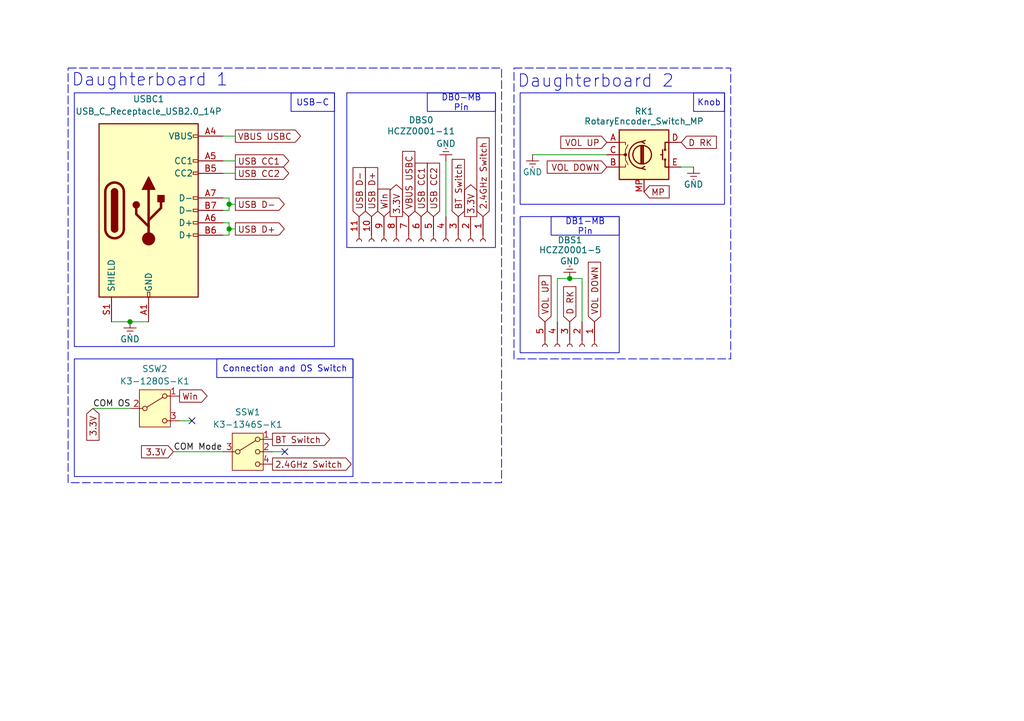
<source format=kicad_sch>
(kicad_sch (version 20231120) (generator "eeschema") (generator_version "8.0")
  (paper "A5")
  (title_block (title "Daughterboard") (date "2025-01-06") (rev "v1"))
  (lib_symbols
    (symbol "Connector:Conn_01x05_Socket" (pin_names (offset 1.016) hide)
      (property "Reference" "J" (at 0 7.62 0))
      (property "Value" "Conn_01x05_Socket" (at 0 -7.62 0))
      (symbol "Conn_01x05_Socket_1_1"
        (arc (start 0 -4.572) (mid -0.5058 -5.08) (end 0 -5.588) (stroke (width 0.1524)))
        (arc (start 0 -2.032) (mid -0.5058 -2.54) (end 0 -3.048) (stroke (width 0.1524)))
        (polyline (pts (xy -1.27 -5.08) (xy -0.508 -5.08)) (stroke (width 0.1524)))
        (polyline (pts (xy -1.27 -2.54) (xy -0.508 -2.54)) (stroke (width 0.1524)))
        (polyline (pts (xy -1.27 0) (xy -0.508 0)) (stroke (width 0.1524)))
        (polyline (pts (xy -1.27 2.54) (xy -0.508 2.54)) (stroke (width 0.1524)))
        (polyline (pts (xy -1.27 5.08) (xy -0.508 5.08)) (stroke (width 0.1524)))
        (arc (start 0 0.508) (mid -0.5058 0) (end 0 -0.508) (stroke (width 0.1524)))
        (arc (start 0 3.048) (mid -0.5058 2.54) (end 0 2.032) (stroke (width 0.1524)))
        (arc (start 0 5.588) (mid -0.5058 5.08) (end 0 4.572) (stroke (width 0.1524)))
        (pin passive line (at -5.08 5.08 0) (length 3.81) (name "Pin_1") (number "1"))
        (pin passive line (at -5.08 2.54 0) (length 3.81) (name "Pin_2") (number "2"))
        (pin passive line (at -5.08 0 0) (length 3.81) (name "Pin_3") (number "3"))
        (pin passive line (at -5.08 -2.54 0) (length 3.81) (name "Pin_4") (number "4"))
        (pin passive line (at -5.08 -5.08 0) (length 3.81) (name "Pin_5") (number "5"))
      )
    )
    (symbol "Connector:Conn_01x11_Socket" (pin_names (offset 1.016) hide)
      (property "Reference" "J" (at 0 15.24 0))
      (property "Value" "Conn_01x11_Socket" (at 0 -15.24 0))
      (symbol "Conn_01x11_Socket_1_1"
        (arc (start 0 -12.192) (mid -0.5058 -12.7) (end 0 -13.208) (stroke (width 0.1524)))
        (arc (start 0 -9.652) (mid -0.5058 -10.16) (end 0 -10.668) (stroke (width 0.1524)))
        (arc (start 0 -7.112) (mid -0.5058 -7.62) (end 0 -8.128) (stroke (width 0.1524)))
        (arc (start 0 -4.572) (mid -0.5058 -5.08) (end 0 -5.588) (stroke (width 0.1524)))
        (arc (start 0 -2.032) (mid -0.5058 -2.54) (end 0 -3.048) (stroke (width 0.1524)))
        (polyline (pts (xy -1.27 -12.7) (xy -0.508 -12.7)) (stroke (width 0.1524)))
        (polyline (pts (xy -1.27 -10.16) (xy -0.508 -10.16)) (stroke (width 0.1524)))
        (polyline (pts (xy -1.27 -7.62) (xy -0.508 -7.62)) (stroke (width 0.1524)))
        (polyline (pts (xy -1.27 -5.08) (xy -0.508 -5.08)) (stroke (width 0.1524)))
        (polyline (pts (xy -1.27 -2.54) (xy -0.508 -2.54)) (stroke (width 0.1524)))
        (polyline (pts (xy -1.27 0) (xy -0.508 0)) (stroke (width 0.1524)))
        (polyline (pts (xy -1.27 2.54) (xy -0.508 2.54)) (stroke (width 0.1524)))
        (polyline (pts (xy -1.27 5.08) (xy -0.508 5.08)) (stroke (width 0.1524)))
        (polyline (pts (xy -1.27 7.62) (xy -0.508 7.62)) (stroke (width 0.1524)))
        (polyline (pts (xy -1.27 10.16) (xy -0.508 10.16)) (stroke (width 0.1524)))
        (polyline (pts (xy -1.27 12.7) (xy -0.508 12.7)) (stroke (width 0.1524)))
        (arc (start 0 0.508) (mid -0.5058 0) (end 0 -0.508) (stroke (width 0.1524)))
        (arc (start 0 3.048) (mid -0.5058 2.54) (end 0 2.032) (stroke (width 0.1524)))
        (arc (start 0 5.588) (mid -0.5058 5.08) (end 0 4.572) (stroke (width 0.1524)))
        (arc (start 0 8.128) (mid -0.5058 7.62) (end 0 7.112) (stroke (width 0.1524)))
        (arc (start 0 10.668) (mid -0.5058 10.16) (end 0 9.652) (stroke (width 0.1524)))
        (arc (start 0 13.208) (mid -0.5058 12.7) (end 0 12.192) (stroke (width 0.1524)))
        (pin passive line (at -5.08 12.7 0) (length 3.81) (name "Pin_1") (number "1"))
        (pin passive line (at -5.08 -10.16 0) (length 3.81) (name "Pin_10") (number "10"))
        (pin passive line (at -5.08 -12.7 0) (length 3.81) (name "Pin_11") (number "11"))
        (pin passive line (at -5.08 10.16 0) (length 3.81) (name "Pin_2") (number "2"))
        (pin passive line (at -5.08 7.62 0) (length 3.81) (name "Pin_3") (number "3"))
        (pin passive line (at -5.08 5.08 0) (length 3.81) (name "Pin_4") (number "4"))
        (pin passive line (at -5.08 2.54 0) (length 3.81) (name "Pin_5") (number "5"))
        (pin passive line (at -5.08 0 0) (length 3.81) (name "Pin_6") (number "6"))
        (pin passive line (at -5.08 -2.54 0) (length 3.81) (name "Pin_7") (number "7"))
        (pin passive line (at -5.08 -5.08 0) (length 3.81) (name "Pin_8") (number "8"))
        (pin passive line (at -5.08 -7.62 0) (length 3.81) (name "Pin_9") (number "9"))
      )
    )
    (symbol "HE_Keyswitch:RotaryEncoder_Switch_MP" (pin_names (offset 0.254) hide)
      (property "Reference" "SW" (at 0 8.89 0))
      (property "Value" "RotaryEncoder_Switch_MP" (at 0 6.35 0))
      (symbol "RotaryEncoder_Switch_MP_0_1"
        (rectangle (start -5.08 5.08) (end 5.08 -5.08) (stroke (width 0.254)) (fill (type background)))
        (circle (center -3.81 0) (radius 0.254) (fill (type outline)))
        (circle (center -0.381 0) (radius 1.905) (stroke (width 0.254)))
        (arc (start -0.381 2.667) (mid -3.0988 -0.0635) (end -0.381 -2.794) (stroke (width 0.254)))
        (polyline (pts (xy -0.635 -1.778) (xy -0.635 1.778)) (stroke (width 0.254)))
        (polyline (pts (xy -0.381 -1.778) (xy -0.381 1.778)) (stroke (width 0.254)))
        (polyline (pts (xy -0.127 1.778) (xy -0.127 -1.778)) (stroke (width 0.254)))
        (polyline (pts (xy 3.81 0) (xy 3.429 0)) (stroke (width 0.254)))
        (polyline (pts (xy 3.81 1.016) (xy 3.81 -1.016)) (stroke (width 0.254)))
        (polyline (pts (xy -5.08 -2.54) (xy -3.81 -2.54) (xy -3.81 -2.032)))
        (polyline (pts (xy -5.08 2.54) (xy -3.81 2.54) (xy -3.81 2.032)))
        (polyline (pts (xy 0.254 -3.048) (xy -0.508 -2.794) (xy 0.127 -2.413)) (stroke (width 0.254)))
        (polyline (pts (xy 0.254 2.921) (xy -0.508 2.667) (xy 0.127 2.286)) (stroke (width 0.254)))
        (polyline (pts (xy 5.08 -2.54) (xy 4.318 -2.54) (xy 4.318 -1.016)) (stroke (width 0.254)))
        (polyline (pts (xy 5.08 2.54) (xy 4.318 2.54) (xy 4.318 1.016)) (stroke (width 0.254)))
        (polyline (pts (xy -5.08 0) (xy -3.81 0) (xy -3.81 -1.016) (xy -3.302 -2.032)))
        (polyline (pts (xy -4.318 0) (xy -3.81 0) (xy -3.81 1.016) (xy -3.302 2.032)))
        (circle (center 4.318 -1.016) (radius 0.127) (stroke (width 0.254)))
        (circle (center 4.318 1.016) (radius 0.127) (stroke (width 0.254)))
      )
      (symbol "RotaryEncoder_Switch_MP_1_1"
        (pin passive line (at -7.62 2.54 0) (length 2.54) (name "A") (number "A"))
        (pin passive line (at -7.62 -2.54 0) (length 2.54) (name "B") (number "B"))
        (pin passive line (at -7.62 0 0) (length 2.54) (name "C") (number "C"))
        (pin passive line (at 7.62 2.54 180) (length 2.54) (name "D") (number "D"))
        (pin passive line (at 7.62 -2.54 180) (length 2.54) (name "S2") (number "E"))
        (pin passive line (at 0 -7.62 90) (length 2.54) (name "MP") (number "MP"))
      )
    )
    (symbol "HE_Keyswitch:USB_C_Receptacle_USB2.0_14P" (pin_names (offset 1.016))
      (property "Reference" "J" (at 0 22.225 0))
      (property "Value" "USB_C_Receptacle_USB2.0_14P" (at 0 19.685 0))
      (symbol "USB_C_Receptacle_USB2.0_14P_0_0"
        (rectangle (start -0.254 -17.78) (end 0.254 -16.764))
        (rectangle (start 10.16 -4.826) (end 9.144 -5.334))
        (rectangle (start 10.16 -2.286) (end 9.144 -2.794))
        (rectangle (start 10.16 0.254) (end 9.144 -0.254))
        (rectangle (start 10.16 2.794) (end 9.144 2.286))
        (rectangle (start 10.16 7.874) (end 9.144 7.366))
        (rectangle (start 10.16 10.414) (end 9.144 9.906))
        (rectangle (start 10.16 15.494) (end 9.144 14.986))
      )
      (symbol "USB_C_Receptacle_USB2.0_14P_0_1"
        (rectangle (start -10.16 17.78) (end 10.16 -17.78) (stroke (width 0.254)) (fill (type background)))
        (arc (start -8.89 -3.81) (mid -6.985 -5.7067) (end -5.08 -3.81) (stroke (width 0.508)))
        (arc (start -7.62 -3.81) (mid -6.985 -4.4423) (end -6.35 -3.81) (stroke (width 0.254)))
        (arc (start -7.62 -3.81) (mid -6.985 -4.4423) (end -6.35 -3.81) (stroke (width 0.254)) (fill (type outline)))
        (rectangle (start -7.62 -3.81) (end -6.35 3.81) (stroke (width 0.254)) (fill (type outline)))
        (arc (start -6.35 3.81) (mid -6.985 4.4423) (end -7.62 3.81) (stroke (width 0.254)))
        (arc (start -6.35 3.81) (mid -6.985 4.4423) (end -7.62 3.81) (stroke (width 0.254)) (fill (type outline)))
        (arc (start -5.08 3.81) (mid -6.985 5.7067) (end -8.89 3.81) (stroke (width 0.508)))
        (circle (center -2.54 1.143) (radius 0.635) (stroke (width 0.254)) (fill (type outline)))
        (circle (center 0 -5.842) (radius 1.27) (fill (type outline)))
        (polyline (pts (xy -8.89 -3.81) (xy -8.89 3.81)) (stroke (width 0.508)))
        (polyline (pts (xy -5.08 3.81) (xy -5.08 -3.81)) (stroke (width 0.508)))
        (polyline (pts (xy 0 -5.842) (xy 0 4.318)) (stroke (width 0.508)))
        (polyline (pts (xy 0 -3.302) (xy -2.54 -0.762) (xy -2.54 0.508)) (stroke (width 0.508)))
        (polyline (pts (xy 0 -2.032) (xy 2.54 0.508) (xy 2.54 1.778)) (stroke (width 0.508)))
        (polyline (pts (xy -1.27 4.318) (xy 0 6.858) (xy 1.27 4.318) (xy -1.27 4.318)) (stroke (width 0.254)) (fill (type outline)))
        (rectangle (start 1.905 1.778) (end 3.175 3.048) (stroke (width 0.254)) (fill (type outline)))
      )
      (symbol "USB_C_Receptacle_USB2.0_14P_1_1"
        (pin passive line (at 0 -22.86 90) (length 5.08) (name "GND") (number "A1"))
        (pin passive line (at 0 -22.86 90) (length 5.08) hide (name "GND") (number "A12"))
        (pin power_out line (at 15.24 15.24 180) (length 5.08) (name "VBUS") (number "A4"))
        (pin bidirectional line (at 15.24 10.16 180) (length 5.08) (name "CC1") (number "A5"))
        (pin bidirectional line (at 15.24 -2.54 180) (length 5.08) (name "D+") (number "A6"))
        (pin bidirectional line (at 15.24 2.54 180) (length 5.08) (name "D-") (number "A7"))
        (pin power_out line (at 15.24 15.24 180) (length 5.08) hide (name "VBUS") (number "A9"))
        (pin passive line (at 0 -22.86 90) (length 5.08) hide (name "GND") (number "B1"))
        (pin passive line (at 0 -22.86 90) (length 5.08) hide (name "GND") (number "B12"))
        (pin power_out line (at 15.24 15.24 180) (length 5.08) hide (name "VBUS") (number "B4"))
        (pin bidirectional line (at 15.24 7.62 180) (length 5.08) (name "CC2") (number "B5"))
        (pin bidirectional line (at 15.24 -5.08 180) (length 5.08) (name "D+") (number "B6"))
        (pin bidirectional line (at 15.24 0 180) (length 5.08) (name "D-") (number "B7"))
        (pin power_out line (at 15.24 15.24 180) (length 5.08) hide (name "VBUS") (number "B9"))
        (pin passive line (at -7.62 -22.86 90) (length 5.08) (name "SHIELD") (number "S1"))
      )
    )
    (symbol "Switch:SW_SP3T" (pin_names (offset 0) hide)
      (property "Reference" "SW" (at 0 5.08 0))
      (property "Value" "SW_SP3T" (at 0 -5.08 0))
      (symbol "SW_SP3T_0_1"
        (circle (center -2.032 0) (radius 0.4572))
        (polyline (pts (xy -1.651 0.254) (xy 1.651 2.286)))
        (circle (center 2.032 -2.54) (radius 0.4572))
        (circle (center 2.032 0) (radius 0.4572))
        (circle (center 2.032 2.54) (radius 0.4572))
      )
      (symbol "SW_SP3T_1_1"
        (rectangle (start -3.175 3.81) (end 3.175 -3.81) (fill (type background)))
        (pin passive line (at 5.08 2.54 180) (length 2.54) (name "1") (number "1"))
        (pin passive line (at 5.08 0 180) (length 2.54) (name "2") (number "2"))
        (pin passive line (at -5.08 0 0) (length 2.54) (name "3") (number "3"))
        (pin passive line (at 5.08 -2.54 180) (length 2.54) (name "4") (number "4"))
      )
    )
    (symbol "Switch:SW_SPDT" (pin_names (offset 0) hide)
      (property "Reference" "SW" (at 0 5.08 0))
      (property "Value" "SW_SPDT" (at 0 -5.08 0))
      (symbol "SW_SPDT_0_1"
        (circle (center -2.032 0) (radius 0.4572))
        (polyline (pts (xy -1.651 0.254) (xy 1.651 2.286)))
        (circle (center 2.032 -2.54) (radius 0.4572))
        (circle (center 2.032 2.54) (radius 0.4572))
      )
      (symbol "SW_SPDT_1_1"
        (rectangle (start -3.175 3.81) (end 3.175 -3.81) (fill (type background)))
        (pin passive line (at 5.08 2.54 180) (length 2.54) (name "A") (number "1"))
        (pin passive line (at -5.08 0 0) (length 2.54) (name "B") (number "2"))
        (pin passive line (at 5.08 -2.54 180) (length 2.54) (name "C") (number "3"))
      )
    )
    (symbol "power:Earth" (power) (pin_numbers hide) (pin_names (offset 0) hide)
      (property "Value" "Earth" (at 0 -3.81 0))
      (symbol "Earth_0_1"
        (polyline (pts (xy -0.635 -1.905) (xy 0.635 -1.905)))
        (polyline (pts (xy -0.127 -2.54) (xy 0.127 -2.54)))
        (polyline (pts (xy 0 -1.27) (xy 0 0)))
        (polyline (pts (xy 1.27 -1.27) (xy -1.27 -1.27)))
      )
      (symbol "Earth_1_1"
        (pin power_in line (at 0 0 270) (length 0) (name "~") (number "1"))
      )
    )
  )
  (junction (at 46.99 46.99))
  (junction (at 46.99 41.91))
  (junction (at 116.84 57.15))
  (junction (at 26.67 66.04))
  (no_connect (at 58.42 92.71))
  (no_connect (at 39.37 86.36))
  (wire (pts (xy 19.05 83.82) (xy 26.67 83.82)))
  (wire (pts (xy 116.84 57.15) (xy 119.38 57.15)))
  (wire (pts (xy 114.3 57.15) (xy 114.3 66.04)))
  (wire (pts (xy 58.42 92.71) (xy 55.88 92.71)))
  (wire (pts (xy 45.72 35.56) (xy 48.26 35.56)))
  (wire (pts (xy 46.99 48.26) (xy 45.72 48.26)))
  (wire (pts (xy 48.26 27.94) (xy 45.72 27.94)))
  (wire (pts (xy 46.99 45.72) (xy 46.99 46.99)))
  (wire (pts (xy 45.72 45.72) (xy 46.99 45.72)))
  (wire (pts (xy 109.22 31.75) (xy 124.46 31.75)))
  (wire (pts (xy 26.67 66.04) (xy 30.48 66.04)))
  (wire (pts (xy 45.72 33.02) (xy 48.26 33.02)))
  (wire (pts (xy 119.38 57.15) (xy 119.38 66.04)))
  (wire (pts (xy 91.44 33.02) (xy 91.44 44.45)))
  (wire (pts (xy 45.72 40.64) (xy 46.99 40.64)))
  (wire (pts (xy 48.26 46.99) (xy 46.99 46.99)))
  (wire (pts (xy 22.86 66.04) (xy 26.67 66.04)))
  (wire (pts (xy 46.99 46.99) (xy 46.99 48.26)))
  (wire (pts (xy 48.26 41.91) (xy 46.99 41.91)))
  (wire (pts (xy 114.3 57.15) (xy 116.84 57.15)))
  (wire (pts (xy 35.56 92.71) (xy 45.72 92.71)))
  (wire (pts (xy 45.72 43.18) (xy 46.99 43.18)))
  (wire (pts (xy 139.7 34.29) (xy 142.24 34.29)))
  (wire (pts (xy 46.99 41.91) (xy 46.99 43.18)))
  (wire (pts (xy 39.37 86.36) (xy 36.83 86.36)))
  (wire (pts (xy 46.99 40.64) (xy 46.99 41.91)))
  (rectangle (start 13.97 13.97) (end 102.87 99.06) (stroke (width 0) (type dash)))
  (rectangle (start 105.41 13.97) (end 149.86 73.66) (stroke (width 0) (type dash)))
  (rectangle (start 15.24 19.05) (end 68.58 71.12))
  (rectangle (start 106.68 19.05) (end 148.59 41.91))
  (rectangle (start 106.68 44.45) (end 127 72.39))
  (rectangle (start 15.24 73.66) (end 72.39 97.79))
  (rectangle (start 71.12 19.05) (end 101.6 50.8))
  (text_box "Knob" (at 142.24 19.05 0) (size 6.35 3.81) (effects (font (size 1.27 1.27))))
  (text_box "Connection and OS Switch" (at 44.45 73.66 0) (size 27.94 3.81) (effects (font (size 1.27 1.27))))
  (text_box "DB1-MB Pin" (at 113.03 44.45 0) (size 13.97 3.81) (effects (font (size 1.27 1.27))))
  (text_box "DB0-MB Pin" (at 87.63 19.05 0) (size 13.97 3.81) (effects (font (size 1.27 1.27))))
  (text_box "USB-C" (at 59.69 19.05 0) (size 8.89 3.81) (effects (font (size 1.27 1.27))))
  (text "Daughterboard 2" (at 122.174 16.764 0) (effects (font (size 2.54 2.54))))
  (text "Daughterboard 1" (at 30.734 16.51 0) (effects (font (size 2.54 2.54))))
  (label "COM Mode" (at 35.56 92.71 0))
  (label "COM OS" (at 19.05 83.82 0))
  (global_label "VOL DOWN" (shape input) (at 124.46 34.29 180) (property "Intersheetrefs" "${INTERSHEET_REFS}" (effects (hide yes))))
  (global_label "VOL UP" (shape input) (at 124.46 29.21 180) (property "Intersheetrefs" "${INTERSHEET_REFS}" (effects (hide yes))))
  (global_label "3.3V" (shape output) (at 96.52 44.45 90) (property "Intersheetrefs" "${INTERSHEET_REFS}" (effects (hide yes))))
  (global_label "BT Switch" (shape input) (at 93.98 44.45 90) (property "Intersheetrefs" "${INTERSHEET_REFS}" (effects (hide yes))))
  (global_label "USB D-" (shape output) (at 48.26 41.91 0) (property "Intersheetrefs" "${INTERSHEET_REFS}" (effects (hide yes))))
  (global_label "USB D+" (shape output) (at 48.26 46.99 0) (property "Intersheetrefs" "${INTERSHEET_REFS}" (effects (hide yes))))
  (global_label "VOL DOWN" (shape input) (at 121.92 66.04 90) (property "Intersheetrefs" "${INTERSHEET_REFS}" (effects (hide yes))))
  (global_label "MP" (shape input) (at 132.08 39.37 0) (property "Intersheetrefs" "${INTERSHEET_REFS}" (effects (hide yes))))
  (global_label "USB D-" (shape input) (at 73.66 44.45 90) (property "Intersheetrefs" "${INTERSHEET_REFS}" (effects (hide yes))))
  (global_label "USB CC2" (shape output) (at 48.26 35.56 0) (property "Intersheetrefs" "${INTERSHEET_REFS}" (effects (hide yes))))
  (global_label "D RK" (shape input) (at 139.7 29.21 0) (property "Intersheetrefs" "${INTERSHEET_REFS}" (effects (hide yes))))
  (global_label "VOL UP" (shape input) (at 111.76 66.04 90) (property "Intersheetrefs" "${INTERSHEET_REFS}" (effects (hide yes))))
  (global_label "3.3V" (shape output) (at 81.28 44.45 90) (property "Intersheetrefs" "${INTERSHEET_REFS}" (effects (hide yes))))
  (global_label "USB CC1" (shape output) (at 48.26 33.02 0) (property "Intersheetrefs" "${INTERSHEET_REFS}" (effects (hide yes))))
  (global_label "3.3V" (shape input) (at 35.56 92.71 180) (property "Intersheetrefs" "${INTERSHEET_REFS}" (effects (hide yes))))
  (global_label "Win" (shape input) (at 78.74 44.45 90) (property "Intersheetrefs" "${INTERSHEET_REFS}" (effects (hide yes))))
  (global_label "2.4GHz Switch" (shape output) (at 55.88 95.25 0) (property "Intersheetrefs" "${INTERSHEET_REFS}" (effects (hide yes))))
  (global_label "USB CC1" (shape input) (at 86.36 44.45 90) (property "Intersheetrefs" "${INTERSHEET_REFS}" (effects (hide yes))))
  (global_label "VBUS USBC" (shape input) (at 83.82 44.45 90) (property "Intersheetrefs" "${INTERSHEET_REFS}" (effects (hide yes))))
  (global_label "Win" (shape output) (at 36.83 81.28 0) (property "Intersheetrefs" "${INTERSHEET_REFS}" (effects (hide yes))))
  (global_label "2.4GHz Switch" (shape input) (at 99.06 44.45 90) (property "Intersheetrefs" "${INTERSHEET_REFS}" (effects (hide yes))))
  (global_label "USB D+" (shape input) (at 76.2 44.45 90) (property "Intersheetrefs" "${INTERSHEET_REFS}" (effects (hide yes))))
  (global_label "BT Switch" (shape output) (at 55.88 90.17 0) (property "Intersheetrefs" "${INTERSHEET_REFS}" (effects (hide yes))))
  (global_label "D RK" (shape input) (at 116.84 66.04 90) (property "Intersheetrefs" "${INTERSHEET_REFS}" (effects (hide yes))))
  (global_label "USB CC2" (shape input) (at 88.9 44.45 90) (property "Intersheetrefs" "${INTERSHEET_REFS}" (effects (hide yes))))
  (global_label "VBUS USBC" (shape output) (at 48.26 27.94 0) (property "Intersheetrefs" "${INTERSHEET_REFS}" (effects (hide yes))))
  (global_label "3.3V" (shape input) (at 19.05 83.82 270) (property "Intersheetrefs" "${INTERSHEET_REFS}" (effects (hide yes))))
  (symbol (lib_id "HE_Keyswitch:RotaryEncoder_Switch_MP") (at 132.08 31.75 0) (unit 1)
    (property "Reference" "RK1" (at 132.08 22.86 0))
    (property "Value" "RotaryEncoder_Switch_MP" (at 132.08 24.892 0))
    (property "Footprint" "HE_Keyswitch:RotaryEncoder_CTR_ED11601M-FB15A7.0-C15-202" (effects (hide yes)))
    (property "Description" "Rotary encoder, dual channel, incremental quadrate outputs, with switch and MP Pin" (effects (hide yes)))
    (property "LCSC Part" "C470592" (effects (hide yes)))
  )
  (symbol (lib_id "Switch:SW_SPDT") (at 31.75 83.82 0) (unit 1)
    (property "Reference" "SSW2" (at 31.75 75.692 0))
    (property "Value" "K3-1280S-K1" (at 31.75 78.232 0))
    (property "Footprint" "HE_Keyswitch:SW_SPDT_Korean_Hroparts_Elec_K3-1280S-K1" (effects (hide yes)))
    (property "Description" "Switch, single pole double throw" (effects (hide yes)))
    (property "LCSC Part" "C128953" (effects (hide yes)))
  )
  (symbol (lib_id "power:Earth") (at 109.22 31.75 0) (unit 1)
    (property "Reference" "#PWR0104" (effects (hide yes)))
    (property "Value" "GND" (at 111.252 35.306 0) (effects (justify right)))
    (property "Description" "Power symbol creates a global label with name \"Earth\"" (effects (hide yes)))
  )
  (symbol (lib_id "power:Earth") (at 142.24 34.29 0) (unit 1)
    (property "Reference" "#PWR0105" (effects (hide yes)))
    (property "Value" "GND" (at 144.272 37.846 0) (effects (justify right)))
    (property "Description" "Power symbol creates a global label with name \"Earth\"" (effects (hide yes)))
  )
  (symbol (lib_id "power:Earth") (at 91.44 33.02 180) (unit 1)
    (property "Reference" "#PWR0108" (effects (hide yes)))
    (property "Value" "GND" (at 89.408 29.464 0) (effects (justify right)))
    (property "Description" "Power symbol creates a global label with name \"Earth\"" (effects (hide yes)))
  )
  (symbol (lib_id "power:Earth") (at 26.67 66.04 0) (unit 1)
    (property "Reference" "#PWR0254" (effects (hide yes)))
    (property "Value" "GND" (at 28.702 69.596 0) (effects (justify right)))
    (property "Description" "Power symbol creates a global label with name \"Earth\"" (effects (hide yes)))
  )
  (symbol (lib_id "power:Earth") (at 116.84 57.15 180) (unit 1)
    (property "Reference" "#PWR0103" (effects (hide yes)))
    (property "Value" "GND" (at 114.808 53.594 0) (effects (justify right)))
    (property "Description" "Power symbol creates a global label with name \"Earth\"" (effects (hide yes)))
  )
  (symbol (lib_id "Connector:Conn_01x11_Socket") (at 86.36 49.53 270) (unit 1)
    (property "Reference" "DBS0" (at 86.36 24.638 90))
    (property "Value" "HCZZ0001-11" (at 86.36 26.924 90))
    (property "Footprint" "HE_Keyswitch:Hong_Cheng_HCZZ0001-11" (effects (hide yes)))
    (property "Description" "Generic connector, single row, 01x11, script generated" (effects (hide yes)))
    (property "LCSC Part" "C7433462" (effects (hide yes)))
  )
  (symbol (lib_id "Switch:SW_SP3T") (at 50.8 92.71 0) (unit 1)
    (property "Reference" "SSW1" (at 50.8 84.582 0))
    (property "Value" "K3-1346S-K1" (at 50.8 87.122 0))
    (property "Footprint" "HE_Keyswitch:SW_SP3T_Korean_Hroparts_Elec_K3-1346S-K1" (effects (hide yes)))
    (property "Description" "Switch, three position, single pole triple throw, 3 position switch, SP3T" (effects (hide yes)))
    (property "LCSC Part" "C128957" (effects (hide yes)))
  )
  (symbol (lib_id "HE_Keyswitch:USB_C_Receptacle_USB2.0_14P") (at 30.48 43.18 0) (unit 1)
    (property "Reference" "USBC1" (at 30.48 20.32 0))
    (property "Value" "USB_C_Receptacle_USB2.0_14P" (at 30.48 22.86 0))
    (property "Footprint" "ScottoKeebs_Components:USB_C_HRO_TYPE-C-31-M-12" (effects (hide yes)))
    (property "Datasheet" "https://www.usb.org/sites/default/files/documents/usb_type-c.zip" (effects (hide yes)))
    (property "Description" "USB 2.0-only 14P Type-C Receptacle connector" (effects (hide yes)))
    (property "LCSC Part" "C165948" (effects (hide yes)))
  )
  (symbol (lib_id "Connector:Conn_01x05_Socket") (at 116.84 71.12 270) (unit 1)
    (property "Reference" "DBS1" (at 114.3 49.276 90) (effects (justify left)))
    (property "Value" "HCZZ0001-5" (at 110.49 51.308 90) (effects (justify left)))
    (property "Footprint" "HE_Keyswitch:Hong_Cheng_HCZZ0001-5" (effects (hide yes)))
    (property "Description" "Generic connector, single row, 01x05, script generated" (effects (hide yes)))
    (property "LCSC Part" "C7433456" (effects (hide yes)))
  )
)
</source>
